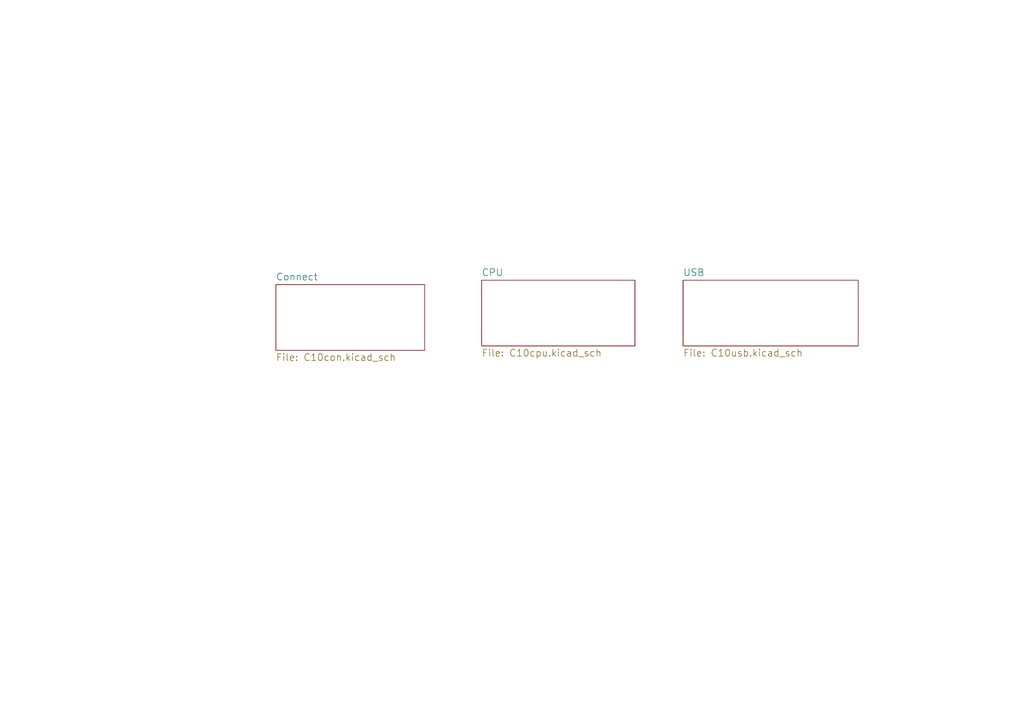
<source format=kicad_sch>
(kicad_sch
	(version 20250114)
	(generator "eeschema")
	(generator_version "9.0")
	(uuid "2bc49f27-bf83-425a-8d43-41c076f88a88")
	(paper "A4")
	(title_block
		(title "RTB C10 Module")
		(date "2025-09-22")
		(rev "4")
		(company "Frank Schumacher")
		(comment 1 "Bus Master /w USB")
	)
	(lib_symbols)
	(sheet
		(at 139.7 81.28)
		(size 44.45 19.05)
		(exclude_from_sim no)
		(in_bom yes)
		(on_board yes)
		(dnp no)
		(fields_autoplaced yes)
		(stroke
			(width 0)
			(type solid)
		)
		(fill
			(color 0 0 0 0.0000)
		)
		(uuid "00000000-0000-0000-0000-00005b6c6b9d")
		(property "Sheetname" "CPU"
			(at 139.7 80.2001 0)
			(effects
				(font
					(size 2.0066 2.0066)
				)
				(justify left bottom)
			)
		)
		(property "Sheetfile" "C10cpu.kicad_sch"
			(at 139.7 101.2092 0)
			(effects
				(font
					(size 2.0066 2.0066)
				)
				(justify left top)
			)
		)
		(instances
			(project "C10"
				(path "/2bc49f27-bf83-425a-8d43-41c076f88a88"
					(page "3")
				)
			)
		)
	)
	(sheet
		(at 80.01 82.55)
		(size 43.18 19.05)
		(exclude_from_sim no)
		(in_bom yes)
		(on_board yes)
		(dnp no)
		(fields_autoplaced yes)
		(stroke
			(width 0)
			(type solid)
		)
		(fill
			(color 0 0 0 0.0000)
		)
		(uuid "00000000-0000-0000-0000-00005b6e0562")
		(property "Sheetname" "Connect"
			(at 80.01 81.4701 0)
			(effects
				(font
					(size 2.0066 2.0066)
				)
				(justify left bottom)
			)
		)
		(property "Sheetfile" "C10con.kicad_sch"
			(at 80.01 102.4792 0)
			(effects
				(font
					(size 2.0066 2.0066)
				)
				(justify left top)
			)
		)
		(instances
			(project "C10"
				(path "/2bc49f27-bf83-425a-8d43-41c076f88a88"
					(page "2")
				)
			)
		)
	)
	(sheet
		(at 198.12 81.28)
		(size 50.8 19.05)
		(exclude_from_sim no)
		(in_bom yes)
		(on_board yes)
		(dnp no)
		(fields_autoplaced yes)
		(stroke
			(width 0)
			(type solid)
		)
		(fill
			(color 0 0 0 0.0000)
		)
		(uuid "00000000-0000-0000-0000-00005bbd98c6")
		(property "Sheetname" "USB"
			(at 198.12 80.2001 0)
			(effects
				(font
					(size 2.0066 2.0066)
				)
				(justify left bottom)
			)
		)
		(property "Sheetfile" "C10usb.kicad_sch"
			(at 198.12 101.2092 0)
			(effects
				(font
					(size 2.0066 2.0066)
				)
				(justify left top)
			)
		)
		(instances
			(project "C10"
				(path "/2bc49f27-bf83-425a-8d43-41c076f88a88"
					(page "4")
				)
			)
		)
	)
	(sheet_instances
		(path "/"
			(page "1")
		)
	)
	(embedded_fonts no)
)

</source>
